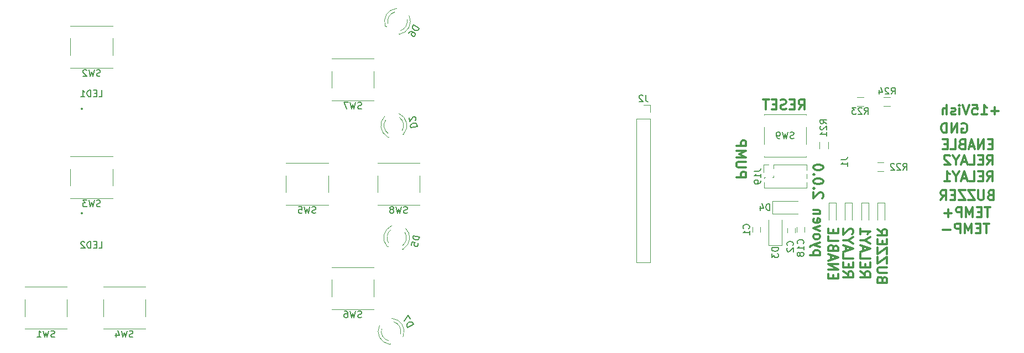
<source format=gbo>
%TF.GenerationSoftware,KiCad,Pcbnew,(5.0.0-3-g5ebb6b6)*%
%TF.CreationDate,2018-07-24T23:49:47-07:00*%
%TF.ProjectId,pyoven,70796F76656E2E6B696361645F706362,rev?*%
%TF.SameCoordinates,Original*%
%TF.FileFunction,Legend,Bot*%
%TF.FilePolarity,Positive*%
%FSLAX46Y46*%
G04 Gerber Fmt 4.6, Leading zero omitted, Abs format (unit mm)*
G04 Created by KiCad (PCBNEW (5.0.0-3-g5ebb6b6)) date Tuesday, July 24, 2018 at 11:49:47 PM*
%MOMM*%
%LPD*%
G01*
G04 APERTURE LIST*
%ADD10C,0.300000*%
%ADD11C,0.120000*%
%ADD12C,0.150000*%
G04 APERTURE END LIST*
D10*
X229521428Y-84892857D02*
X228021428Y-84892857D01*
X229450000Y-84892857D02*
X229521428Y-84750000D01*
X229521428Y-84464285D01*
X229450000Y-84321428D01*
X229378571Y-84250000D01*
X229235714Y-84178571D01*
X228807142Y-84178571D01*
X228664285Y-84250000D01*
X228592857Y-84321428D01*
X228521428Y-84464285D01*
X228521428Y-84750000D01*
X228592857Y-84892857D01*
X229521428Y-83678571D02*
X228521428Y-83321428D01*
X229521428Y-82964285D02*
X228521428Y-83321428D01*
X228164285Y-83464285D01*
X228092857Y-83535714D01*
X228021428Y-83678571D01*
X228521428Y-82178571D02*
X228592857Y-82321428D01*
X228664285Y-82392857D01*
X228807142Y-82464285D01*
X229235714Y-82464285D01*
X229378571Y-82392857D01*
X229450000Y-82321428D01*
X229521428Y-82178571D01*
X229521428Y-81964285D01*
X229450000Y-81821428D01*
X229378571Y-81750000D01*
X229235714Y-81678571D01*
X228807142Y-81678571D01*
X228664285Y-81750000D01*
X228592857Y-81821428D01*
X228521428Y-81964285D01*
X228521428Y-82178571D01*
X229521428Y-81178571D02*
X228521428Y-80821428D01*
X229521428Y-80464285D01*
X228592857Y-79321428D02*
X228521428Y-79464285D01*
X228521428Y-79750000D01*
X228592857Y-79892857D01*
X228735714Y-79964285D01*
X229307142Y-79964285D01*
X229450000Y-79892857D01*
X229521428Y-79750000D01*
X229521428Y-79464285D01*
X229450000Y-79321428D01*
X229307142Y-79250000D01*
X229164285Y-79250000D01*
X229021428Y-79964285D01*
X229521428Y-78607142D02*
X228521428Y-78607142D01*
X229378571Y-78607142D02*
X229450000Y-78535714D01*
X229521428Y-78392857D01*
X229521428Y-78178571D01*
X229450000Y-78035714D01*
X229307142Y-77964285D01*
X228521428Y-77964285D01*
X229878571Y-76178571D02*
X229950000Y-76107142D01*
X230021428Y-75964285D01*
X230021428Y-75607142D01*
X229950000Y-75464285D01*
X229878571Y-75392857D01*
X229735714Y-75321428D01*
X229592857Y-75321428D01*
X229378571Y-75392857D01*
X228521428Y-76250000D01*
X228521428Y-75321428D01*
X228664285Y-74678571D02*
X228592857Y-74607142D01*
X228521428Y-74678571D01*
X228592857Y-74750000D01*
X228664285Y-74678571D01*
X228521428Y-74678571D01*
X230021428Y-73678571D02*
X230021428Y-73535714D01*
X229950000Y-73392857D01*
X229878571Y-73321428D01*
X229735714Y-73250000D01*
X229450000Y-73178571D01*
X229092857Y-73178571D01*
X228807142Y-73250000D01*
X228664285Y-73321428D01*
X228592857Y-73392857D01*
X228521428Y-73535714D01*
X228521428Y-73678571D01*
X228592857Y-73821428D01*
X228664285Y-73892857D01*
X228807142Y-73964285D01*
X229092857Y-74035714D01*
X229450000Y-74035714D01*
X229735714Y-73964285D01*
X229878571Y-73892857D01*
X229950000Y-73821428D01*
X230021428Y-73678571D01*
X228664285Y-72535714D02*
X228592857Y-72464285D01*
X228521428Y-72535714D01*
X228592857Y-72607142D01*
X228664285Y-72535714D01*
X228521428Y-72535714D01*
X230021428Y-71535714D02*
X230021428Y-71392857D01*
X229950000Y-71250000D01*
X229878571Y-71178571D01*
X229735714Y-71107142D01*
X229450000Y-71035714D01*
X229092857Y-71035714D01*
X228807142Y-71107142D01*
X228664285Y-71178571D01*
X228592857Y-71250000D01*
X228521428Y-71392857D01*
X228521428Y-71535714D01*
X228592857Y-71678571D01*
X228664285Y-71750000D01*
X228807142Y-71821428D01*
X229092857Y-71892857D01*
X229450000Y-71892857D01*
X229735714Y-71821428D01*
X229878571Y-71750000D01*
X229950000Y-71678571D01*
X230021428Y-71535714D01*
X256885714Y-62807142D02*
X255742857Y-62807142D01*
X256314285Y-63378571D02*
X256314285Y-62235714D01*
X254242857Y-63378571D02*
X255100000Y-63378571D01*
X254671428Y-63378571D02*
X254671428Y-61878571D01*
X254814285Y-62092857D01*
X254957142Y-62235714D01*
X255100000Y-62307142D01*
X252885714Y-61878571D02*
X253600000Y-61878571D01*
X253671428Y-62592857D01*
X253600000Y-62521428D01*
X253457142Y-62450000D01*
X253100000Y-62450000D01*
X252957142Y-62521428D01*
X252885714Y-62592857D01*
X252814285Y-62735714D01*
X252814285Y-63092857D01*
X252885714Y-63235714D01*
X252957142Y-63307142D01*
X253100000Y-63378571D01*
X253457142Y-63378571D01*
X253600000Y-63307142D01*
X253671428Y-63235714D01*
X252385714Y-61878571D02*
X251885714Y-63378571D01*
X251385714Y-61878571D01*
X250885714Y-63378571D02*
X250885714Y-62378571D01*
X250885714Y-61878571D02*
X250957142Y-61950000D01*
X250885714Y-62021428D01*
X250814285Y-61950000D01*
X250885714Y-61878571D01*
X250885714Y-62021428D01*
X250242857Y-63307142D02*
X250100000Y-63378571D01*
X249814285Y-63378571D01*
X249671428Y-63307142D01*
X249600000Y-63164285D01*
X249600000Y-63092857D01*
X249671428Y-62950000D01*
X249814285Y-62878571D01*
X250028571Y-62878571D01*
X250171428Y-62807142D01*
X250242857Y-62664285D01*
X250242857Y-62592857D01*
X250171428Y-62450000D01*
X250028571Y-62378571D01*
X249814285Y-62378571D01*
X249671428Y-62450000D01*
X248957142Y-63378571D02*
X248957142Y-61878571D01*
X248314285Y-63378571D02*
X248314285Y-62592857D01*
X248385714Y-62450000D01*
X248528571Y-62378571D01*
X248742857Y-62378571D01*
X248885714Y-62450000D01*
X248957142Y-62521428D01*
X251242857Y-64750000D02*
X251385714Y-64678571D01*
X251600000Y-64678571D01*
X251814285Y-64750000D01*
X251957142Y-64892857D01*
X252028571Y-65035714D01*
X252100000Y-65321428D01*
X252100000Y-65535714D01*
X252028571Y-65821428D01*
X251957142Y-65964285D01*
X251814285Y-66107142D01*
X251600000Y-66178571D01*
X251457142Y-66178571D01*
X251242857Y-66107142D01*
X251171428Y-66035714D01*
X251171428Y-65535714D01*
X251457142Y-65535714D01*
X250528571Y-66178571D02*
X250528571Y-64678571D01*
X249671428Y-66178571D01*
X249671428Y-64678571D01*
X248957142Y-66178571D02*
X248957142Y-64678571D01*
X248600000Y-64678571D01*
X248385714Y-64750000D01*
X248242857Y-64892857D01*
X248171428Y-65035714D01*
X248100000Y-65321428D01*
X248100000Y-65535714D01*
X248171428Y-65821428D01*
X248242857Y-65964285D01*
X248385714Y-66107142D01*
X248600000Y-66178571D01*
X248957142Y-66178571D01*
X255985714Y-67892857D02*
X255485714Y-67892857D01*
X255271428Y-68678571D02*
X255985714Y-68678571D01*
X255985714Y-67178571D01*
X255271428Y-67178571D01*
X254628571Y-68678571D02*
X254628571Y-67178571D01*
X253771428Y-68678571D01*
X253771428Y-67178571D01*
X253128571Y-68250000D02*
X252414285Y-68250000D01*
X253271428Y-68678571D02*
X252771428Y-67178571D01*
X252271428Y-68678571D01*
X251271428Y-67892857D02*
X251057142Y-67964285D01*
X250985714Y-68035714D01*
X250914285Y-68178571D01*
X250914285Y-68392857D01*
X250985714Y-68535714D01*
X251057142Y-68607142D01*
X251200000Y-68678571D01*
X251771428Y-68678571D01*
X251771428Y-67178571D01*
X251271428Y-67178571D01*
X251128571Y-67250000D01*
X251057142Y-67321428D01*
X250985714Y-67464285D01*
X250985714Y-67607142D01*
X251057142Y-67750000D01*
X251128571Y-67821428D01*
X251271428Y-67892857D01*
X251771428Y-67892857D01*
X249557142Y-68678571D02*
X250271428Y-68678571D01*
X250271428Y-67178571D01*
X249057142Y-67892857D02*
X248557142Y-67892857D01*
X248342857Y-68678571D02*
X249057142Y-68678571D01*
X249057142Y-67178571D01*
X248342857Y-67178571D01*
X255121428Y-71078571D02*
X255621428Y-70364285D01*
X255978571Y-71078571D02*
X255978571Y-69578571D01*
X255407142Y-69578571D01*
X255264285Y-69650000D01*
X255192857Y-69721428D01*
X255121428Y-69864285D01*
X255121428Y-70078571D01*
X255192857Y-70221428D01*
X255264285Y-70292857D01*
X255407142Y-70364285D01*
X255978571Y-70364285D01*
X254478571Y-70292857D02*
X253978571Y-70292857D01*
X253764285Y-71078571D02*
X254478571Y-71078571D01*
X254478571Y-69578571D01*
X253764285Y-69578571D01*
X252407142Y-71078571D02*
X253121428Y-71078571D01*
X253121428Y-69578571D01*
X251978571Y-70650000D02*
X251264285Y-70650000D01*
X252121428Y-71078571D02*
X251621428Y-69578571D01*
X251121428Y-71078571D01*
X250335714Y-70364285D02*
X250335714Y-71078571D01*
X250835714Y-69578571D02*
X250335714Y-70364285D01*
X249835714Y-69578571D01*
X249407142Y-69721428D02*
X249335714Y-69650000D01*
X249192857Y-69578571D01*
X248835714Y-69578571D01*
X248692857Y-69650000D01*
X248621428Y-69721428D01*
X248550000Y-69864285D01*
X248550000Y-70007142D01*
X248621428Y-70221428D01*
X249478571Y-71078571D01*
X248550000Y-71078571D01*
X255121428Y-73578571D02*
X255621428Y-72864285D01*
X255978571Y-73578571D02*
X255978571Y-72078571D01*
X255407142Y-72078571D01*
X255264285Y-72150000D01*
X255192857Y-72221428D01*
X255121428Y-72364285D01*
X255121428Y-72578571D01*
X255192857Y-72721428D01*
X255264285Y-72792857D01*
X255407142Y-72864285D01*
X255978571Y-72864285D01*
X254478571Y-72792857D02*
X253978571Y-72792857D01*
X253764285Y-73578571D02*
X254478571Y-73578571D01*
X254478571Y-72078571D01*
X253764285Y-72078571D01*
X252407142Y-73578571D02*
X253121428Y-73578571D01*
X253121428Y-72078571D01*
X251978571Y-73150000D02*
X251264285Y-73150000D01*
X252121428Y-73578571D02*
X251621428Y-72078571D01*
X251121428Y-73578571D01*
X250335714Y-72864285D02*
X250335714Y-73578571D01*
X250835714Y-72078571D02*
X250335714Y-72864285D01*
X249835714Y-72078571D01*
X248550000Y-73578571D02*
X249407142Y-73578571D01*
X248978571Y-73578571D02*
X248978571Y-72078571D01*
X249121428Y-72292857D01*
X249264285Y-72435714D01*
X249407142Y-72507142D01*
X255635714Y-75692857D02*
X255421428Y-75764285D01*
X255350000Y-75835714D01*
X255278571Y-75978571D01*
X255278571Y-76192857D01*
X255350000Y-76335714D01*
X255421428Y-76407142D01*
X255564285Y-76478571D01*
X256135714Y-76478571D01*
X256135714Y-74978571D01*
X255635714Y-74978571D01*
X255492857Y-75050000D01*
X255421428Y-75121428D01*
X255350000Y-75264285D01*
X255350000Y-75407142D01*
X255421428Y-75550000D01*
X255492857Y-75621428D01*
X255635714Y-75692857D01*
X256135714Y-75692857D01*
X254635714Y-74978571D02*
X254635714Y-76192857D01*
X254564285Y-76335714D01*
X254492857Y-76407142D01*
X254350000Y-76478571D01*
X254064285Y-76478571D01*
X253921428Y-76407142D01*
X253850000Y-76335714D01*
X253778571Y-76192857D01*
X253778571Y-74978571D01*
X253207142Y-74978571D02*
X252207142Y-74978571D01*
X253207142Y-76478571D01*
X252207142Y-76478571D01*
X251778571Y-74978571D02*
X250778571Y-74978571D01*
X251778571Y-76478571D01*
X250778571Y-76478571D01*
X250207142Y-75692857D02*
X249707142Y-75692857D01*
X249492857Y-76478571D02*
X250207142Y-76478571D01*
X250207142Y-74978571D01*
X249492857Y-74978571D01*
X247992857Y-76478571D02*
X248492857Y-75764285D01*
X248850000Y-76478571D02*
X248850000Y-74978571D01*
X248278571Y-74978571D01*
X248135714Y-75050000D01*
X248064285Y-75121428D01*
X247992857Y-75264285D01*
X247992857Y-75478571D01*
X248064285Y-75621428D01*
X248135714Y-75692857D01*
X248278571Y-75764285D01*
X248850000Y-75764285D01*
X255642857Y-77578571D02*
X254785714Y-77578571D01*
X255214285Y-79078571D02*
X255214285Y-77578571D01*
X254285714Y-78292857D02*
X253785714Y-78292857D01*
X253571428Y-79078571D02*
X254285714Y-79078571D01*
X254285714Y-77578571D01*
X253571428Y-77578571D01*
X252928571Y-79078571D02*
X252928571Y-77578571D01*
X252428571Y-78650000D01*
X251928571Y-77578571D01*
X251928571Y-79078571D01*
X251214285Y-79078571D02*
X251214285Y-77578571D01*
X250642857Y-77578571D01*
X250500000Y-77650000D01*
X250428571Y-77721428D01*
X250357142Y-77864285D01*
X250357142Y-78078571D01*
X250428571Y-78221428D01*
X250500000Y-78292857D01*
X250642857Y-78364285D01*
X251214285Y-78364285D01*
X249714285Y-78507142D02*
X248571428Y-78507142D01*
X249142857Y-79078571D02*
X249142857Y-77935714D01*
X255442857Y-80078571D02*
X254585714Y-80078571D01*
X255014285Y-81578571D02*
X255014285Y-80078571D01*
X254085714Y-80792857D02*
X253585714Y-80792857D01*
X253371428Y-81578571D02*
X254085714Y-81578571D01*
X254085714Y-80078571D01*
X253371428Y-80078571D01*
X252728571Y-81578571D02*
X252728571Y-80078571D01*
X252228571Y-81150000D01*
X251728571Y-80078571D01*
X251728571Y-81578571D01*
X251014285Y-81578571D02*
X251014285Y-80078571D01*
X250442857Y-80078571D01*
X250300000Y-80150000D01*
X250228571Y-80221428D01*
X250157142Y-80364285D01*
X250157142Y-80578571D01*
X250228571Y-80721428D01*
X250300000Y-80792857D01*
X250442857Y-80864285D01*
X251014285Y-80864285D01*
X249514285Y-81007142D02*
X248371428Y-81007142D01*
X226278571Y-62578571D02*
X226778571Y-61864285D01*
X227135714Y-62578571D02*
X227135714Y-61078571D01*
X226564285Y-61078571D01*
X226421428Y-61150000D01*
X226350000Y-61221428D01*
X226278571Y-61364285D01*
X226278571Y-61578571D01*
X226350000Y-61721428D01*
X226421428Y-61792857D01*
X226564285Y-61864285D01*
X227135714Y-61864285D01*
X225635714Y-61792857D02*
X225135714Y-61792857D01*
X224921428Y-62578571D02*
X225635714Y-62578571D01*
X225635714Y-61078571D01*
X224921428Y-61078571D01*
X224350000Y-62507142D02*
X224135714Y-62578571D01*
X223778571Y-62578571D01*
X223635714Y-62507142D01*
X223564285Y-62435714D01*
X223492857Y-62292857D01*
X223492857Y-62150000D01*
X223564285Y-62007142D01*
X223635714Y-61935714D01*
X223778571Y-61864285D01*
X224064285Y-61792857D01*
X224207142Y-61721428D01*
X224278571Y-61650000D01*
X224350000Y-61507142D01*
X224350000Y-61364285D01*
X224278571Y-61221428D01*
X224207142Y-61150000D01*
X224064285Y-61078571D01*
X223707142Y-61078571D01*
X223492857Y-61150000D01*
X222850000Y-61792857D02*
X222350000Y-61792857D01*
X222135714Y-62578571D02*
X222850000Y-62578571D01*
X222850000Y-61078571D01*
X222135714Y-61078571D01*
X221707142Y-61078571D02*
X220850000Y-61078571D01*
X221278571Y-62578571D02*
X221278571Y-61078571D01*
X216721428Y-72985714D02*
X218221428Y-72985714D01*
X218221428Y-72414285D01*
X218150000Y-72271428D01*
X218078571Y-72200000D01*
X217935714Y-72128571D01*
X217721428Y-72128571D01*
X217578571Y-72200000D01*
X217507142Y-72271428D01*
X217435714Y-72414285D01*
X217435714Y-72985714D01*
X218221428Y-71485714D02*
X217007142Y-71485714D01*
X216864285Y-71414285D01*
X216792857Y-71342857D01*
X216721428Y-71200000D01*
X216721428Y-70914285D01*
X216792857Y-70771428D01*
X216864285Y-70700000D01*
X217007142Y-70628571D01*
X218221428Y-70628571D01*
X216721428Y-69914285D02*
X218221428Y-69914285D01*
X217150000Y-69414285D01*
X218221428Y-68914285D01*
X216721428Y-68914285D01*
X216721428Y-68200000D02*
X218221428Y-68200000D01*
X218221428Y-67628571D01*
X218150000Y-67485714D01*
X218078571Y-67414285D01*
X217935714Y-67342857D01*
X217721428Y-67342857D01*
X217578571Y-67414285D01*
X217507142Y-67485714D01*
X217435714Y-67628571D01*
X217435714Y-68200000D01*
X239107142Y-88635714D02*
X239035714Y-88421428D01*
X238964285Y-88350000D01*
X238821428Y-88278571D01*
X238607142Y-88278571D01*
X238464285Y-88350000D01*
X238392857Y-88421428D01*
X238321428Y-88564285D01*
X238321428Y-89135714D01*
X239821428Y-89135714D01*
X239821428Y-88635714D01*
X239750000Y-88492857D01*
X239678571Y-88421428D01*
X239535714Y-88350000D01*
X239392857Y-88350000D01*
X239250000Y-88421428D01*
X239178571Y-88492857D01*
X239107142Y-88635714D01*
X239107142Y-89135714D01*
X239821428Y-87635714D02*
X238607142Y-87635714D01*
X238464285Y-87564285D01*
X238392857Y-87492857D01*
X238321428Y-87350000D01*
X238321428Y-87064285D01*
X238392857Y-86921428D01*
X238464285Y-86850000D01*
X238607142Y-86778571D01*
X239821428Y-86778571D01*
X239821428Y-86207142D02*
X239821428Y-85207142D01*
X238321428Y-86207142D01*
X238321428Y-85207142D01*
X239821428Y-84778571D02*
X239821428Y-83778571D01*
X238321428Y-84778571D01*
X238321428Y-83778571D01*
X239107142Y-83207142D02*
X239107142Y-82707142D01*
X238321428Y-82492857D02*
X238321428Y-83207142D01*
X239821428Y-83207142D01*
X239821428Y-82492857D01*
X238321428Y-80992857D02*
X239035714Y-81492857D01*
X238321428Y-81850000D02*
X239821428Y-81850000D01*
X239821428Y-81278571D01*
X239750000Y-81135714D01*
X239678571Y-81064285D01*
X239535714Y-80992857D01*
X239321428Y-80992857D01*
X239178571Y-81064285D01*
X239107142Y-81135714D01*
X239035714Y-81278571D01*
X239035714Y-81850000D01*
X235721428Y-87421428D02*
X236435714Y-87921428D01*
X235721428Y-88278571D02*
X237221428Y-88278571D01*
X237221428Y-87707142D01*
X237150000Y-87564285D01*
X237078571Y-87492857D01*
X236935714Y-87421428D01*
X236721428Y-87421428D01*
X236578571Y-87492857D01*
X236507142Y-87564285D01*
X236435714Y-87707142D01*
X236435714Y-88278571D01*
X236507142Y-86778571D02*
X236507142Y-86278571D01*
X235721428Y-86064285D02*
X235721428Y-86778571D01*
X237221428Y-86778571D01*
X237221428Y-86064285D01*
X235721428Y-84707142D02*
X235721428Y-85421428D01*
X237221428Y-85421428D01*
X236150000Y-84278571D02*
X236150000Y-83564285D01*
X235721428Y-84421428D02*
X237221428Y-83921428D01*
X235721428Y-83421428D01*
X236435714Y-82635714D02*
X235721428Y-82635714D01*
X237221428Y-83135714D02*
X236435714Y-82635714D01*
X237221428Y-82135714D01*
X235721428Y-80850000D02*
X235721428Y-81707142D01*
X235721428Y-81278571D02*
X237221428Y-81278571D01*
X237007142Y-81421428D01*
X236864285Y-81564285D01*
X236792857Y-81707142D01*
X233121428Y-87421428D02*
X233835714Y-87921428D01*
X233121428Y-88278571D02*
X234621428Y-88278571D01*
X234621428Y-87707142D01*
X234550000Y-87564285D01*
X234478571Y-87492857D01*
X234335714Y-87421428D01*
X234121428Y-87421428D01*
X233978571Y-87492857D01*
X233907142Y-87564285D01*
X233835714Y-87707142D01*
X233835714Y-88278571D01*
X233907142Y-86778571D02*
X233907142Y-86278571D01*
X233121428Y-86064285D02*
X233121428Y-86778571D01*
X234621428Y-86778571D01*
X234621428Y-86064285D01*
X233121428Y-84707142D02*
X233121428Y-85421428D01*
X234621428Y-85421428D01*
X233550000Y-84278571D02*
X233550000Y-83564285D01*
X233121428Y-84421428D02*
X234621428Y-83921428D01*
X233121428Y-83421428D01*
X233835714Y-82635714D02*
X233121428Y-82635714D01*
X234621428Y-83135714D02*
X233835714Y-82635714D01*
X234621428Y-82135714D01*
X234478571Y-81707142D02*
X234550000Y-81635714D01*
X234621428Y-81492857D01*
X234621428Y-81135714D01*
X234550000Y-80992857D01*
X234478571Y-80921428D01*
X234335714Y-80850000D01*
X234192857Y-80850000D01*
X233978571Y-80921428D01*
X233121428Y-81778571D01*
X233121428Y-80850000D01*
X231607142Y-88485714D02*
X231607142Y-87985714D01*
X230821428Y-87771428D02*
X230821428Y-88485714D01*
X232321428Y-88485714D01*
X232321428Y-87771428D01*
X230821428Y-87128571D02*
X232321428Y-87128571D01*
X230821428Y-86271428D01*
X232321428Y-86271428D01*
X231250000Y-85628571D02*
X231250000Y-84914285D01*
X230821428Y-85771428D02*
X232321428Y-85271428D01*
X230821428Y-84771428D01*
X231607142Y-83771428D02*
X231535714Y-83557142D01*
X231464285Y-83485714D01*
X231321428Y-83414285D01*
X231107142Y-83414285D01*
X230964285Y-83485714D01*
X230892857Y-83557142D01*
X230821428Y-83700000D01*
X230821428Y-84271428D01*
X232321428Y-84271428D01*
X232321428Y-83771428D01*
X232250000Y-83628571D01*
X232178571Y-83557142D01*
X232035714Y-83485714D01*
X231892857Y-83485714D01*
X231750000Y-83557142D01*
X231678571Y-83628571D01*
X231607142Y-83771428D01*
X231607142Y-84271428D01*
X230821428Y-82057142D02*
X230821428Y-82771428D01*
X232321428Y-82771428D01*
X231607142Y-81557142D02*
X231607142Y-81057142D01*
X230821428Y-80842857D02*
X230821428Y-81557142D01*
X232321428Y-81557142D01*
X232321428Y-80842857D01*
D11*
%TO.C,C18*%
X227200000Y-81350000D02*
X227200000Y-80650000D01*
X226000000Y-80650000D02*
X226000000Y-81350000D01*
D12*
%TO.C,LED2*%
X116641421Y-78500000D02*
G75*
G03X116641421Y-78500000I-141421J0D01*
G01*
%TO.C,LED1*%
X116641421Y-62500000D02*
G75*
G03X116641421Y-62500000I-141421J0D01*
G01*
D11*
%TO.C,R21*%
X229420000Y-67600000D02*
X229420000Y-68600000D01*
X230780000Y-68600000D02*
X230780000Y-67600000D01*
%TO.C,R22*%
X238300000Y-72080000D02*
X239300000Y-72080000D01*
X239300000Y-70720000D02*
X238300000Y-70720000D01*
%TO.C,D3*%
X223700000Y-83450000D02*
X223700000Y-79550000D01*
X221700000Y-83450000D02*
X221700000Y-79550000D01*
X223700000Y-83450000D02*
X221700000Y-83450000D01*
%TO.C,D4*%
X222250000Y-78600000D02*
X222250000Y-76600000D01*
X222250000Y-76600000D02*
X226150000Y-76600000D01*
X222250000Y-78600000D02*
X226150000Y-78600000D01*
%TO.C,D9*%
X230850000Y-76900000D02*
X231950000Y-76900000D01*
X231950000Y-76900000D02*
X231950000Y-79500000D01*
X230850000Y-76900000D02*
X230850000Y-79500000D01*
%TO.C,D10*%
X233350000Y-76900000D02*
X233350000Y-79500000D01*
X234450000Y-76900000D02*
X234450000Y-79500000D01*
X233350000Y-76900000D02*
X234450000Y-76900000D01*
%TO.C,D11*%
X235850000Y-76900000D02*
X236950000Y-76900000D01*
X236950000Y-76900000D02*
X236950000Y-79500000D01*
X235850000Y-76900000D02*
X235850000Y-79500000D01*
%TO.C,D12*%
X238350000Y-76900000D02*
X238350000Y-79500000D01*
X239450000Y-76900000D02*
X239450000Y-79500000D01*
X238350000Y-76900000D02*
X239450000Y-76900000D01*
%TO.C,R23*%
X236200000Y-60720000D02*
X235200000Y-60720000D01*
X235200000Y-62080000D02*
X236200000Y-62080000D01*
%TO.C,R24*%
X239300000Y-62080000D02*
X240300000Y-62080000D01*
X240300000Y-60720000D02*
X239300000Y-60720000D01*
%TO.C,SW9*%
X227430000Y-69830000D02*
X220970000Y-69830000D01*
X227430000Y-65300000D02*
X227430000Y-67900000D01*
X227430000Y-63370000D02*
X220970000Y-63370000D01*
X220970000Y-65300000D02*
X220970000Y-67900000D01*
X227430000Y-63400000D02*
X227430000Y-63370000D01*
X227430000Y-69830000D02*
X227430000Y-69800000D01*
X220970000Y-69830000D02*
X220970000Y-69800000D01*
X220970000Y-63370000D02*
X220970000Y-63400000D01*
%TO.C,D2*%
X165051291Y-63215067D02*
G75*
G02X165767104Y-66371049I-771824J-1834227D01*
G01*
X162926847Y-63589664D02*
G75*
G03X163333612Y-66800139I1352620J-1459630D01*
G01*
X165162109Y-63836470D02*
G75*
G02X165523820Y-65886901I-882642J-1212824D01*
G01*
X163035244Y-64211492D02*
G75*
G03X163396635Y-66261981I1244223J-837802D01*
G01*
X165767580Y-66370965D02*
X165613950Y-66398054D01*
X163486766Y-66773134D02*
X163333136Y-66800223D01*
%TO.C,D5*%
X163386050Y-83598054D02*
X163232420Y-83570965D01*
X165666864Y-84000223D02*
X165513234Y-83973134D01*
X163837891Y-81036470D02*
G75*
G03X163476180Y-83086901I882642J-1212824D01*
G01*
X165964756Y-81411492D02*
G75*
G02X165603365Y-83461981I-1244223J-837802D01*
G01*
X163948709Y-80415067D02*
G75*
G03X163232896Y-83571049I771824J-1834227D01*
G01*
X166073153Y-80789664D02*
G75*
G02X165666388Y-84000139I-1352620J-1459630D01*
G01*
%TO.C,D6*%
X166605269Y-48191168D02*
G75*
G02X165124988Y-51068905I-1770269J-908980D01*
G01*
X164737066Y-47112560D02*
G75*
G03X162985012Y-49833389I97934J-1987588D01*
G01*
X166290730Y-48738422D02*
G75*
G02X165249827Y-50541646I-1455730J-361726D01*
G01*
X164420399Y-47658584D02*
G75*
G03X163379212Y-49461646I414601J-1441564D01*
G01*
X165125407Y-51069147D02*
X164990307Y-50991147D01*
X163119693Y-49911147D02*
X162984593Y-49833147D01*
%TO.C,D7*%
X163709692Y-98491147D02*
X163574592Y-98569147D01*
X165715407Y-97333148D02*
X165580307Y-97411148D01*
X162409270Y-96238422D02*
G75*
G03X163450173Y-98041646I1455730J-361726D01*
G01*
X164279601Y-95158584D02*
G75*
G02X165320788Y-96961646I-414601J-1441564D01*
G01*
X162094731Y-95691168D02*
G75*
G03X163575012Y-98568905I1770269J-908980D01*
G01*
X163962934Y-94612560D02*
G75*
G02X165714988Y-97333389I-97934J-1987588D01*
G01*
%TO.C,J19*%
X220940000Y-71070000D02*
X220940000Y-72200000D01*
X221700000Y-71070000D02*
X220940000Y-71070000D01*
X221005000Y-73777530D02*
X221005000Y-74600000D01*
X221005000Y-72960000D02*
X221005000Y-73162470D01*
X221136529Y-72960000D02*
X221005000Y-72960000D01*
X222406529Y-72960000D02*
X222263471Y-72960000D01*
X222460000Y-72763471D02*
X222460000Y-72906529D01*
X222460000Y-71070000D02*
X222460000Y-71636529D01*
X221005000Y-74600000D02*
X227475000Y-74600000D01*
X222460000Y-71070000D02*
X227475000Y-71070000D01*
X227475000Y-72507530D02*
X227475000Y-73162470D01*
X227475000Y-73777530D02*
X227475000Y-74600000D01*
X227475000Y-71070000D02*
X227475000Y-71892470D01*
%TO.C,SW8*%
X168230000Y-77230000D02*
X168230000Y-77200000D01*
X168230000Y-70770000D02*
X168230000Y-70800000D01*
X161770000Y-70770000D02*
X161770000Y-70800000D01*
X161770000Y-77200000D02*
X161770000Y-77230000D01*
X168230000Y-75300000D02*
X168230000Y-72700000D01*
X161770000Y-77230000D02*
X168230000Y-77230000D01*
X161770000Y-75300000D02*
X161770000Y-72700000D01*
X161770000Y-70770000D02*
X168230000Y-70770000D01*
%TO.C,SW7*%
X154770000Y-54770000D02*
X161230000Y-54770000D01*
X154770000Y-59300000D02*
X154770000Y-56700000D01*
X154770000Y-61230000D02*
X161230000Y-61230000D01*
X161230000Y-59300000D02*
X161230000Y-56700000D01*
X154770000Y-61200000D02*
X154770000Y-61230000D01*
X154770000Y-54770000D02*
X154770000Y-54800000D01*
X161230000Y-54770000D02*
X161230000Y-54800000D01*
X161230000Y-61230000D02*
X161230000Y-61200000D01*
%TO.C,SW6*%
X161230000Y-93230000D02*
X161230000Y-93200000D01*
X161230000Y-86770000D02*
X161230000Y-86800000D01*
X154770000Y-86770000D02*
X154770000Y-86800000D01*
X154770000Y-93200000D02*
X154770000Y-93230000D01*
X161230000Y-91300000D02*
X161230000Y-88700000D01*
X154770000Y-93230000D02*
X161230000Y-93230000D01*
X154770000Y-91300000D02*
X154770000Y-88700000D01*
X154770000Y-86770000D02*
X161230000Y-86770000D01*
%TO.C,SW5*%
X147770000Y-70770000D02*
X154230000Y-70770000D01*
X147770000Y-75300000D02*
X147770000Y-72700000D01*
X147770000Y-77230000D02*
X154230000Y-77230000D01*
X154230000Y-75300000D02*
X154230000Y-72700000D01*
X147770000Y-77200000D02*
X147770000Y-77230000D01*
X147770000Y-70770000D02*
X147770000Y-70800000D01*
X154230000Y-70770000D02*
X154230000Y-70800000D01*
X154230000Y-77230000D02*
X154230000Y-77200000D01*
%TO.C,SW4*%
X126230000Y-96230000D02*
X126230000Y-96200000D01*
X126230000Y-89770000D02*
X126230000Y-89800000D01*
X119770000Y-89770000D02*
X119770000Y-89800000D01*
X119770000Y-96200000D02*
X119770000Y-96230000D01*
X126230000Y-94300000D02*
X126230000Y-91700000D01*
X119770000Y-96230000D02*
X126230000Y-96230000D01*
X119770000Y-94300000D02*
X119770000Y-91700000D01*
X119770000Y-89770000D02*
X126230000Y-89770000D01*
%TO.C,SW3*%
X114770000Y-69770000D02*
X121230000Y-69770000D01*
X114770000Y-74300000D02*
X114770000Y-71700000D01*
X114770000Y-76230000D02*
X121230000Y-76230000D01*
X121230000Y-74300000D02*
X121230000Y-71700000D01*
X114770000Y-76200000D02*
X114770000Y-76230000D01*
X114770000Y-69770000D02*
X114770000Y-69800000D01*
X121230000Y-69770000D02*
X121230000Y-69800000D01*
X121230000Y-76230000D02*
X121230000Y-76200000D01*
%TO.C,SW2*%
X121230000Y-56230000D02*
X121230000Y-56200000D01*
X121230000Y-49770000D02*
X121230000Y-49800000D01*
X114770000Y-49770000D02*
X114770000Y-49800000D01*
X114770000Y-56200000D02*
X114770000Y-56230000D01*
X121230000Y-54300000D02*
X121230000Y-51700000D01*
X114770000Y-56230000D02*
X121230000Y-56230000D01*
X114770000Y-54300000D02*
X114770000Y-51700000D01*
X114770000Y-49770000D02*
X121230000Y-49770000D01*
%TO.C,SW1*%
X107770000Y-89770000D02*
X114230000Y-89770000D01*
X107770000Y-94300000D02*
X107770000Y-91700000D01*
X107770000Y-96230000D02*
X114230000Y-96230000D01*
X114230000Y-94300000D02*
X114230000Y-91700000D01*
X107770000Y-96200000D02*
X107770000Y-96230000D01*
X107770000Y-89770000D02*
X107770000Y-89800000D01*
X114230000Y-89770000D02*
X114230000Y-89800000D01*
X114230000Y-96230000D02*
X114230000Y-96200000D01*
%TO.C,J2*%
X203560000Y-61940000D02*
X202500000Y-61940000D01*
X203560000Y-63000000D02*
X203560000Y-61940000D01*
X203560000Y-64000000D02*
X201440000Y-64000000D01*
X201440000Y-64000000D02*
X201440000Y-86060000D01*
X203560000Y-64000000D02*
X203560000Y-86060000D01*
X203560000Y-86060000D02*
X201440000Y-86060000D01*
%TO.C,C2*%
X224500000Y-80750000D02*
X224500000Y-81450000D01*
X225700000Y-81450000D02*
X225700000Y-80750000D01*
%TO.C,C1*%
X219200000Y-80650000D02*
X219200000Y-81350000D01*
X220400000Y-81350000D02*
X220400000Y-80650000D01*
%TO.C,J1*%
D12*
X232752380Y-70266666D02*
X233466666Y-70266666D01*
X233609523Y-70219047D01*
X233704761Y-70123809D01*
X233752380Y-69980952D01*
X233752380Y-69885714D01*
X233752380Y-71266666D02*
X233752380Y-70695238D01*
X233752380Y-70980952D02*
X232752380Y-70980952D01*
X232895238Y-70885714D01*
X232990476Y-70790476D01*
X233038095Y-70695238D01*
%TO.C,C18*%
X226957142Y-83157142D02*
X227004761Y-83109523D01*
X227052380Y-82966666D01*
X227052380Y-82871428D01*
X227004761Y-82728571D01*
X226909523Y-82633333D01*
X226814285Y-82585714D01*
X226623809Y-82538095D01*
X226480952Y-82538095D01*
X226290476Y-82585714D01*
X226195238Y-82633333D01*
X226100000Y-82728571D01*
X226052380Y-82871428D01*
X226052380Y-82966666D01*
X226100000Y-83109523D01*
X226147619Y-83157142D01*
X227052380Y-84109523D02*
X227052380Y-83538095D01*
X227052380Y-83823809D02*
X226052380Y-83823809D01*
X226195238Y-83728571D01*
X226290476Y-83633333D01*
X226338095Y-83538095D01*
X226480952Y-84680952D02*
X226433333Y-84585714D01*
X226385714Y-84538095D01*
X226290476Y-84490476D01*
X226242857Y-84490476D01*
X226147619Y-84538095D01*
X226100000Y-84585714D01*
X226052380Y-84680952D01*
X226052380Y-84871428D01*
X226100000Y-84966666D01*
X226147619Y-85014285D01*
X226242857Y-85061904D01*
X226290476Y-85061904D01*
X226385714Y-85014285D01*
X226433333Y-84966666D01*
X226480952Y-84871428D01*
X226480952Y-84680952D01*
X226528571Y-84585714D01*
X226576190Y-84538095D01*
X226671428Y-84490476D01*
X226861904Y-84490476D01*
X226957142Y-84538095D01*
X227004761Y-84585714D01*
X227052380Y-84680952D01*
X227052380Y-84871428D01*
X227004761Y-84966666D01*
X226957142Y-85014285D01*
X226861904Y-85061904D01*
X226671428Y-85061904D01*
X226576190Y-85014285D01*
X226528571Y-84966666D01*
X226480952Y-84871428D01*
%TO.C,LED2*%
X119119047Y-83852380D02*
X119595238Y-83852380D01*
X119595238Y-82852380D01*
X118785714Y-83328571D02*
X118452380Y-83328571D01*
X118309523Y-83852380D02*
X118785714Y-83852380D01*
X118785714Y-82852380D01*
X118309523Y-82852380D01*
X117880952Y-83852380D02*
X117880952Y-82852380D01*
X117642857Y-82852380D01*
X117500000Y-82900000D01*
X117404761Y-82995238D01*
X117357142Y-83090476D01*
X117309523Y-83280952D01*
X117309523Y-83423809D01*
X117357142Y-83614285D01*
X117404761Y-83709523D01*
X117500000Y-83804761D01*
X117642857Y-83852380D01*
X117880952Y-83852380D01*
X116928571Y-82947619D02*
X116880952Y-82900000D01*
X116785714Y-82852380D01*
X116547619Y-82852380D01*
X116452380Y-82900000D01*
X116404761Y-82947619D01*
X116357142Y-83042857D01*
X116357142Y-83138095D01*
X116404761Y-83280952D01*
X116976190Y-83852380D01*
X116357142Y-83852380D01*
%TO.C,LED1*%
X119119047Y-60642380D02*
X119595238Y-60642380D01*
X119595238Y-59642380D01*
X118785714Y-60118571D02*
X118452380Y-60118571D01*
X118309523Y-60642380D02*
X118785714Y-60642380D01*
X118785714Y-59642380D01*
X118309523Y-59642380D01*
X117880952Y-60642380D02*
X117880952Y-59642380D01*
X117642857Y-59642380D01*
X117500000Y-59690000D01*
X117404761Y-59785238D01*
X117357142Y-59880476D01*
X117309523Y-60070952D01*
X117309523Y-60213809D01*
X117357142Y-60404285D01*
X117404761Y-60499523D01*
X117500000Y-60594761D01*
X117642857Y-60642380D01*
X117880952Y-60642380D01*
X116357142Y-60642380D02*
X116928571Y-60642380D01*
X116642857Y-60642380D02*
X116642857Y-59642380D01*
X116738095Y-59785238D01*
X116833333Y-59880476D01*
X116928571Y-59928095D01*
%TO.C,R21*%
X230552380Y-64757142D02*
X230076190Y-64423809D01*
X230552380Y-64185714D02*
X229552380Y-64185714D01*
X229552380Y-64566666D01*
X229600000Y-64661904D01*
X229647619Y-64709523D01*
X229742857Y-64757142D01*
X229885714Y-64757142D01*
X229980952Y-64709523D01*
X230028571Y-64661904D01*
X230076190Y-64566666D01*
X230076190Y-64185714D01*
X229647619Y-65138095D02*
X229600000Y-65185714D01*
X229552380Y-65280952D01*
X229552380Y-65519047D01*
X229600000Y-65614285D01*
X229647619Y-65661904D01*
X229742857Y-65709523D01*
X229838095Y-65709523D01*
X229980952Y-65661904D01*
X230552380Y-65090476D01*
X230552380Y-65709523D01*
X230552380Y-66661904D02*
X230552380Y-66090476D01*
X230552380Y-66376190D02*
X229552380Y-66376190D01*
X229695238Y-66280952D01*
X229790476Y-66185714D01*
X229838095Y-66090476D01*
%TO.C,R22*%
X242242857Y-71852380D02*
X242576190Y-71376190D01*
X242814285Y-71852380D02*
X242814285Y-70852380D01*
X242433333Y-70852380D01*
X242338095Y-70900000D01*
X242290476Y-70947619D01*
X242242857Y-71042857D01*
X242242857Y-71185714D01*
X242290476Y-71280952D01*
X242338095Y-71328571D01*
X242433333Y-71376190D01*
X242814285Y-71376190D01*
X241861904Y-70947619D02*
X241814285Y-70900000D01*
X241719047Y-70852380D01*
X241480952Y-70852380D01*
X241385714Y-70900000D01*
X241338095Y-70947619D01*
X241290476Y-71042857D01*
X241290476Y-71138095D01*
X241338095Y-71280952D01*
X241909523Y-71852380D01*
X241290476Y-71852380D01*
X240909523Y-70947619D02*
X240861904Y-70900000D01*
X240766666Y-70852380D01*
X240528571Y-70852380D01*
X240433333Y-70900000D01*
X240385714Y-70947619D01*
X240338095Y-71042857D01*
X240338095Y-71138095D01*
X240385714Y-71280952D01*
X240957142Y-71852380D01*
X240338095Y-71852380D01*
%TO.C,D3*%
X223152380Y-83761904D02*
X222152380Y-83761904D01*
X222152380Y-84000000D01*
X222200000Y-84142857D01*
X222295238Y-84238095D01*
X222390476Y-84285714D01*
X222580952Y-84333333D01*
X222723809Y-84333333D01*
X222914285Y-84285714D01*
X223009523Y-84238095D01*
X223104761Y-84142857D01*
X223152380Y-84000000D01*
X223152380Y-83761904D01*
X222152380Y-84666666D02*
X222152380Y-85285714D01*
X222533333Y-84952380D01*
X222533333Y-85095238D01*
X222580952Y-85190476D01*
X222628571Y-85238095D01*
X222723809Y-85285714D01*
X222961904Y-85285714D01*
X223057142Y-85238095D01*
X223104761Y-85190476D01*
X223152380Y-85095238D01*
X223152380Y-84809523D01*
X223104761Y-84714285D01*
X223057142Y-84666666D01*
%TO.C,D4*%
X221838095Y-78052380D02*
X221838095Y-77052380D01*
X221600000Y-77052380D01*
X221457142Y-77100000D01*
X221361904Y-77195238D01*
X221314285Y-77290476D01*
X221266666Y-77480952D01*
X221266666Y-77623809D01*
X221314285Y-77814285D01*
X221361904Y-77909523D01*
X221457142Y-78004761D01*
X221600000Y-78052380D01*
X221838095Y-78052380D01*
X220409523Y-77385714D02*
X220409523Y-78052380D01*
X220647619Y-77004761D02*
X220885714Y-77719047D01*
X220266666Y-77719047D01*
%TO.C,R23*%
X236342857Y-63302380D02*
X236676190Y-62826190D01*
X236914285Y-63302380D02*
X236914285Y-62302380D01*
X236533333Y-62302380D01*
X236438095Y-62350000D01*
X236390476Y-62397619D01*
X236342857Y-62492857D01*
X236342857Y-62635714D01*
X236390476Y-62730952D01*
X236438095Y-62778571D01*
X236533333Y-62826190D01*
X236914285Y-62826190D01*
X235961904Y-62397619D02*
X235914285Y-62350000D01*
X235819047Y-62302380D01*
X235580952Y-62302380D01*
X235485714Y-62350000D01*
X235438095Y-62397619D01*
X235390476Y-62492857D01*
X235390476Y-62588095D01*
X235438095Y-62730952D01*
X236009523Y-63302380D01*
X235390476Y-63302380D01*
X235057142Y-62302380D02*
X234438095Y-62302380D01*
X234771428Y-62683333D01*
X234628571Y-62683333D01*
X234533333Y-62730952D01*
X234485714Y-62778571D01*
X234438095Y-62873809D01*
X234438095Y-63111904D01*
X234485714Y-63207142D01*
X234533333Y-63254761D01*
X234628571Y-63302380D01*
X234914285Y-63302380D01*
X235009523Y-63254761D01*
X235057142Y-63207142D01*
%TO.C,R24*%
X240442857Y-60252380D02*
X240776190Y-59776190D01*
X241014285Y-60252380D02*
X241014285Y-59252380D01*
X240633333Y-59252380D01*
X240538095Y-59300000D01*
X240490476Y-59347619D01*
X240442857Y-59442857D01*
X240442857Y-59585714D01*
X240490476Y-59680952D01*
X240538095Y-59728571D01*
X240633333Y-59776190D01*
X241014285Y-59776190D01*
X240061904Y-59347619D02*
X240014285Y-59300000D01*
X239919047Y-59252380D01*
X239680952Y-59252380D01*
X239585714Y-59300000D01*
X239538095Y-59347619D01*
X239490476Y-59442857D01*
X239490476Y-59538095D01*
X239538095Y-59680952D01*
X240109523Y-60252380D01*
X239490476Y-60252380D01*
X238633333Y-59585714D02*
X238633333Y-60252380D01*
X238871428Y-59204761D02*
X239109523Y-59919047D01*
X238490476Y-59919047D01*
%TO.C,SW9*%
X225533333Y-67004761D02*
X225390476Y-67052380D01*
X225152380Y-67052380D01*
X225057142Y-67004761D01*
X225009523Y-66957142D01*
X224961904Y-66861904D01*
X224961904Y-66766666D01*
X225009523Y-66671428D01*
X225057142Y-66623809D01*
X225152380Y-66576190D01*
X225342857Y-66528571D01*
X225438095Y-66480952D01*
X225485714Y-66433333D01*
X225533333Y-66338095D01*
X225533333Y-66242857D01*
X225485714Y-66147619D01*
X225438095Y-66100000D01*
X225342857Y-66052380D01*
X225104761Y-66052380D01*
X224961904Y-66100000D01*
X224628571Y-66052380D02*
X224390476Y-67052380D01*
X224200000Y-66338095D01*
X224009523Y-67052380D01*
X223771428Y-66052380D01*
X223342857Y-67052380D02*
X223152380Y-67052380D01*
X223057142Y-67004761D01*
X223009523Y-66957142D01*
X222914285Y-66814285D01*
X222866666Y-66623809D01*
X222866666Y-66242857D01*
X222914285Y-66147619D01*
X222961904Y-66100000D01*
X223057142Y-66052380D01*
X223247619Y-66052380D01*
X223342857Y-66100000D01*
X223390476Y-66147619D01*
X223438095Y-66242857D01*
X223438095Y-66480952D01*
X223390476Y-66576190D01*
X223342857Y-66623809D01*
X223247619Y-66671428D01*
X223057142Y-66671428D01*
X222961904Y-66623809D01*
X222914285Y-66576190D01*
X222866666Y-66480952D01*
%TO.C,D2*%
X166877158Y-65340733D02*
X167861966Y-65167084D01*
X167820621Y-64932606D01*
X167748919Y-64800188D01*
X167638589Y-64722935D01*
X167536529Y-64692577D01*
X167340678Y-64678758D01*
X167199991Y-64703565D01*
X167020678Y-64783536D01*
X166935155Y-64846970D01*
X166857902Y-64957299D01*
X166835813Y-65106255D01*
X166877158Y-65340733D01*
X167602795Y-64245710D02*
X167641422Y-64190546D01*
X167671780Y-64088485D01*
X167630435Y-63854007D01*
X167567001Y-63768485D01*
X167511837Y-63729858D01*
X167409777Y-63699501D01*
X167315985Y-63716039D01*
X167183568Y-63787741D01*
X166720048Y-64449716D01*
X166612551Y-63840073D01*
%TO.C,D5*%
X168209241Y-82114966D02*
X167224433Y-81941318D01*
X167183088Y-82175796D01*
X167205177Y-82324751D01*
X167282430Y-82435080D01*
X167367952Y-82498514D01*
X167547266Y-82578485D01*
X167687953Y-82603292D01*
X167883804Y-82589473D01*
X167985864Y-82559115D01*
X168096193Y-82481862D01*
X168167896Y-82349444D01*
X168209241Y-82114966D01*
X166968095Y-83395081D02*
X167050785Y-82926125D01*
X167528010Y-82961919D01*
X167472845Y-83000546D01*
X167409412Y-83086068D01*
X167368067Y-83320546D01*
X167398425Y-83422606D01*
X167437051Y-83477771D01*
X167522573Y-83541205D01*
X167757051Y-83582549D01*
X167859112Y-83552192D01*
X167914276Y-83513565D01*
X167977710Y-83428043D01*
X168019055Y-83193565D01*
X167988697Y-83091505D01*
X167950070Y-83036340D01*
%TO.C,D6*%
X168159256Y-50167129D02*
X167293230Y-49667129D01*
X167174182Y-49873325D01*
X167143993Y-50020853D01*
X167178853Y-50150950D01*
X167237522Y-50239809D01*
X167378670Y-50376286D01*
X167502387Y-50447715D01*
X167691154Y-50501713D01*
X167797442Y-50508093D01*
X167927540Y-50473234D01*
X168040208Y-50373325D01*
X168159256Y-50167129D01*
X166578944Y-50904308D02*
X166674182Y-50739351D01*
X166763041Y-50680682D01*
X166828090Y-50663252D01*
X166999427Y-50652202D01*
X167188193Y-50706201D01*
X167518108Y-50896677D01*
X167576777Y-50985535D01*
X167594207Y-51050584D01*
X167587827Y-51156872D01*
X167492589Y-51321829D01*
X167403730Y-51380498D01*
X167338682Y-51397928D01*
X167232394Y-51391548D01*
X167026197Y-51272501D01*
X166967528Y-51183642D01*
X166950098Y-51118594D01*
X166956478Y-51012305D01*
X167051716Y-50847348D01*
X167140574Y-50788679D01*
X167205623Y-50771249D01*
X167311911Y-50777629D01*
%TO.C,D7*%
X166405709Y-95985547D02*
X167271734Y-95485547D01*
X167152687Y-95279351D01*
X167040019Y-95179442D01*
X166909921Y-95144583D01*
X166803633Y-95150962D01*
X166614866Y-95204961D01*
X166491148Y-95276390D01*
X166350000Y-95412867D01*
X166291331Y-95501726D01*
X166256472Y-95631823D01*
X166286661Y-95779351D01*
X166405709Y-95985547D01*
X166819353Y-94702000D02*
X166486020Y-94124650D01*
X165834280Y-94995804D01*
%TO.C,J19*%
X219457380Y-72025476D02*
X220171666Y-72025476D01*
X220314523Y-71977857D01*
X220409761Y-71882619D01*
X220457380Y-71739761D01*
X220457380Y-71644523D01*
X220457380Y-73025476D02*
X220457380Y-72454047D01*
X220457380Y-72739761D02*
X219457380Y-72739761D01*
X219600238Y-72644523D01*
X219695476Y-72549285D01*
X219743095Y-72454047D01*
X220457380Y-73501666D02*
X220457380Y-73692142D01*
X220409761Y-73787380D01*
X220362142Y-73835000D01*
X220219285Y-73930238D01*
X220028809Y-73977857D01*
X219647857Y-73977857D01*
X219552619Y-73930238D01*
X219505000Y-73882619D01*
X219457380Y-73787380D01*
X219457380Y-73596904D01*
X219505000Y-73501666D01*
X219552619Y-73454047D01*
X219647857Y-73406428D01*
X219885952Y-73406428D01*
X219981190Y-73454047D01*
X220028809Y-73501666D01*
X220076428Y-73596904D01*
X220076428Y-73787380D01*
X220028809Y-73882619D01*
X219981190Y-73930238D01*
X219885952Y-73977857D01*
%TO.C,SW8*%
X166333333Y-78454761D02*
X166190476Y-78502380D01*
X165952380Y-78502380D01*
X165857142Y-78454761D01*
X165809523Y-78407142D01*
X165761904Y-78311904D01*
X165761904Y-78216666D01*
X165809523Y-78121428D01*
X165857142Y-78073809D01*
X165952380Y-78026190D01*
X166142857Y-77978571D01*
X166238095Y-77930952D01*
X166285714Y-77883333D01*
X166333333Y-77788095D01*
X166333333Y-77692857D01*
X166285714Y-77597619D01*
X166238095Y-77550000D01*
X166142857Y-77502380D01*
X165904761Y-77502380D01*
X165761904Y-77550000D01*
X165428571Y-77502380D02*
X165190476Y-78502380D01*
X165000000Y-77788095D01*
X164809523Y-78502380D01*
X164571428Y-77502380D01*
X164047619Y-77930952D02*
X164142857Y-77883333D01*
X164190476Y-77835714D01*
X164238095Y-77740476D01*
X164238095Y-77692857D01*
X164190476Y-77597619D01*
X164142857Y-77550000D01*
X164047619Y-77502380D01*
X163857142Y-77502380D01*
X163761904Y-77550000D01*
X163714285Y-77597619D01*
X163666666Y-77692857D01*
X163666666Y-77740476D01*
X163714285Y-77835714D01*
X163761904Y-77883333D01*
X163857142Y-77930952D01*
X164047619Y-77930952D01*
X164142857Y-77978571D01*
X164190476Y-78026190D01*
X164238095Y-78121428D01*
X164238095Y-78311904D01*
X164190476Y-78407142D01*
X164142857Y-78454761D01*
X164047619Y-78502380D01*
X163857142Y-78502380D01*
X163761904Y-78454761D01*
X163714285Y-78407142D01*
X163666666Y-78311904D01*
X163666666Y-78121428D01*
X163714285Y-78026190D01*
X163761904Y-77978571D01*
X163857142Y-77930952D01*
%TO.C,SW7*%
X159333333Y-62454761D02*
X159190476Y-62502380D01*
X158952380Y-62502380D01*
X158857142Y-62454761D01*
X158809523Y-62407142D01*
X158761904Y-62311904D01*
X158761904Y-62216666D01*
X158809523Y-62121428D01*
X158857142Y-62073809D01*
X158952380Y-62026190D01*
X159142857Y-61978571D01*
X159238095Y-61930952D01*
X159285714Y-61883333D01*
X159333333Y-61788095D01*
X159333333Y-61692857D01*
X159285714Y-61597619D01*
X159238095Y-61550000D01*
X159142857Y-61502380D01*
X158904761Y-61502380D01*
X158761904Y-61550000D01*
X158428571Y-61502380D02*
X158190476Y-62502380D01*
X158000000Y-61788095D01*
X157809523Y-62502380D01*
X157571428Y-61502380D01*
X157285714Y-61502380D02*
X156619047Y-61502380D01*
X157047619Y-62502380D01*
%TO.C,SW6*%
X159333333Y-94454761D02*
X159190476Y-94502380D01*
X158952380Y-94502380D01*
X158857142Y-94454761D01*
X158809523Y-94407142D01*
X158761904Y-94311904D01*
X158761904Y-94216666D01*
X158809523Y-94121428D01*
X158857142Y-94073809D01*
X158952380Y-94026190D01*
X159142857Y-93978571D01*
X159238095Y-93930952D01*
X159285714Y-93883333D01*
X159333333Y-93788095D01*
X159333333Y-93692857D01*
X159285714Y-93597619D01*
X159238095Y-93550000D01*
X159142857Y-93502380D01*
X158904761Y-93502380D01*
X158761904Y-93550000D01*
X158428571Y-93502380D02*
X158190476Y-94502380D01*
X158000000Y-93788095D01*
X157809523Y-94502380D01*
X157571428Y-93502380D01*
X156761904Y-93502380D02*
X156952380Y-93502380D01*
X157047619Y-93550000D01*
X157095238Y-93597619D01*
X157190476Y-93740476D01*
X157238095Y-93930952D01*
X157238095Y-94311904D01*
X157190476Y-94407142D01*
X157142857Y-94454761D01*
X157047619Y-94502380D01*
X156857142Y-94502380D01*
X156761904Y-94454761D01*
X156714285Y-94407142D01*
X156666666Y-94311904D01*
X156666666Y-94073809D01*
X156714285Y-93978571D01*
X156761904Y-93930952D01*
X156857142Y-93883333D01*
X157047619Y-93883333D01*
X157142857Y-93930952D01*
X157190476Y-93978571D01*
X157238095Y-94073809D01*
%TO.C,SW5*%
X152333333Y-78454761D02*
X152190476Y-78502380D01*
X151952380Y-78502380D01*
X151857142Y-78454761D01*
X151809523Y-78407142D01*
X151761904Y-78311904D01*
X151761904Y-78216666D01*
X151809523Y-78121428D01*
X151857142Y-78073809D01*
X151952380Y-78026190D01*
X152142857Y-77978571D01*
X152238095Y-77930952D01*
X152285714Y-77883333D01*
X152333333Y-77788095D01*
X152333333Y-77692857D01*
X152285714Y-77597619D01*
X152238095Y-77550000D01*
X152142857Y-77502380D01*
X151904761Y-77502380D01*
X151761904Y-77550000D01*
X151428571Y-77502380D02*
X151190476Y-78502380D01*
X151000000Y-77788095D01*
X150809523Y-78502380D01*
X150571428Y-77502380D01*
X149714285Y-77502380D02*
X150190476Y-77502380D01*
X150238095Y-77978571D01*
X150190476Y-77930952D01*
X150095238Y-77883333D01*
X149857142Y-77883333D01*
X149761904Y-77930952D01*
X149714285Y-77978571D01*
X149666666Y-78073809D01*
X149666666Y-78311904D01*
X149714285Y-78407142D01*
X149761904Y-78454761D01*
X149857142Y-78502380D01*
X150095238Y-78502380D01*
X150190476Y-78454761D01*
X150238095Y-78407142D01*
%TO.C,SW4*%
X124333333Y-97454761D02*
X124190476Y-97502380D01*
X123952380Y-97502380D01*
X123857142Y-97454761D01*
X123809523Y-97407142D01*
X123761904Y-97311904D01*
X123761904Y-97216666D01*
X123809523Y-97121428D01*
X123857142Y-97073809D01*
X123952380Y-97026190D01*
X124142857Y-96978571D01*
X124238095Y-96930952D01*
X124285714Y-96883333D01*
X124333333Y-96788095D01*
X124333333Y-96692857D01*
X124285714Y-96597619D01*
X124238095Y-96550000D01*
X124142857Y-96502380D01*
X123904761Y-96502380D01*
X123761904Y-96550000D01*
X123428571Y-96502380D02*
X123190476Y-97502380D01*
X123000000Y-96788095D01*
X122809523Y-97502380D01*
X122571428Y-96502380D01*
X121761904Y-96835714D02*
X121761904Y-97502380D01*
X122000000Y-96454761D02*
X122238095Y-97169047D01*
X121619047Y-97169047D01*
%TO.C,SW3*%
X119333333Y-77454761D02*
X119190476Y-77502380D01*
X118952380Y-77502380D01*
X118857142Y-77454761D01*
X118809523Y-77407142D01*
X118761904Y-77311904D01*
X118761904Y-77216666D01*
X118809523Y-77121428D01*
X118857142Y-77073809D01*
X118952380Y-77026190D01*
X119142857Y-76978571D01*
X119238095Y-76930952D01*
X119285714Y-76883333D01*
X119333333Y-76788095D01*
X119333333Y-76692857D01*
X119285714Y-76597619D01*
X119238095Y-76550000D01*
X119142857Y-76502380D01*
X118904761Y-76502380D01*
X118761904Y-76550000D01*
X118428571Y-76502380D02*
X118190476Y-77502380D01*
X118000000Y-76788095D01*
X117809523Y-77502380D01*
X117571428Y-76502380D01*
X117285714Y-76502380D02*
X116666666Y-76502380D01*
X117000000Y-76883333D01*
X116857142Y-76883333D01*
X116761904Y-76930952D01*
X116714285Y-76978571D01*
X116666666Y-77073809D01*
X116666666Y-77311904D01*
X116714285Y-77407142D01*
X116761904Y-77454761D01*
X116857142Y-77502380D01*
X117142857Y-77502380D01*
X117238095Y-77454761D01*
X117285714Y-77407142D01*
%TO.C,SW2*%
X119333333Y-57454761D02*
X119190476Y-57502380D01*
X118952380Y-57502380D01*
X118857142Y-57454761D01*
X118809523Y-57407142D01*
X118761904Y-57311904D01*
X118761904Y-57216666D01*
X118809523Y-57121428D01*
X118857142Y-57073809D01*
X118952380Y-57026190D01*
X119142857Y-56978571D01*
X119238095Y-56930952D01*
X119285714Y-56883333D01*
X119333333Y-56788095D01*
X119333333Y-56692857D01*
X119285714Y-56597619D01*
X119238095Y-56550000D01*
X119142857Y-56502380D01*
X118904761Y-56502380D01*
X118761904Y-56550000D01*
X118428571Y-56502380D02*
X118190476Y-57502380D01*
X118000000Y-56788095D01*
X117809523Y-57502380D01*
X117571428Y-56502380D01*
X117238095Y-56597619D02*
X117190476Y-56550000D01*
X117095238Y-56502380D01*
X116857142Y-56502380D01*
X116761904Y-56550000D01*
X116714285Y-56597619D01*
X116666666Y-56692857D01*
X116666666Y-56788095D01*
X116714285Y-56930952D01*
X117285714Y-57502380D01*
X116666666Y-57502380D01*
%TO.C,SW1*%
X112333333Y-97454761D02*
X112190476Y-97502380D01*
X111952380Y-97502380D01*
X111857142Y-97454761D01*
X111809523Y-97407142D01*
X111761904Y-97311904D01*
X111761904Y-97216666D01*
X111809523Y-97121428D01*
X111857142Y-97073809D01*
X111952380Y-97026190D01*
X112142857Y-96978571D01*
X112238095Y-96930952D01*
X112285714Y-96883333D01*
X112333333Y-96788095D01*
X112333333Y-96692857D01*
X112285714Y-96597619D01*
X112238095Y-96550000D01*
X112142857Y-96502380D01*
X111904761Y-96502380D01*
X111761904Y-96550000D01*
X111428571Y-96502380D02*
X111190476Y-97502380D01*
X111000000Y-96788095D01*
X110809523Y-97502380D01*
X110571428Y-96502380D01*
X109666666Y-97502380D02*
X110238095Y-97502380D01*
X109952380Y-97502380D02*
X109952380Y-96502380D01*
X110047619Y-96645238D01*
X110142857Y-96740476D01*
X110238095Y-96788095D01*
%TO.C,J2*%
X202833333Y-60392380D02*
X202833333Y-61106666D01*
X202880952Y-61249523D01*
X202976190Y-61344761D01*
X203119047Y-61392380D01*
X203214285Y-61392380D01*
X202404761Y-60487619D02*
X202357142Y-60440000D01*
X202261904Y-60392380D01*
X202023809Y-60392380D01*
X201928571Y-60440000D01*
X201880952Y-60487619D01*
X201833333Y-60582857D01*
X201833333Y-60678095D01*
X201880952Y-60820952D01*
X202452380Y-61392380D01*
X201833333Y-61392380D01*
%TO.C,C2*%
X225357142Y-83433333D02*
X225404761Y-83385714D01*
X225452380Y-83242857D01*
X225452380Y-83147619D01*
X225404761Y-83004761D01*
X225309523Y-82909523D01*
X225214285Y-82861904D01*
X225023809Y-82814285D01*
X224880952Y-82814285D01*
X224690476Y-82861904D01*
X224595238Y-82909523D01*
X224500000Y-83004761D01*
X224452380Y-83147619D01*
X224452380Y-83242857D01*
X224500000Y-83385714D01*
X224547619Y-83433333D01*
X224547619Y-83814285D02*
X224500000Y-83861904D01*
X224452380Y-83957142D01*
X224452380Y-84195238D01*
X224500000Y-84290476D01*
X224547619Y-84338095D01*
X224642857Y-84385714D01*
X224738095Y-84385714D01*
X224880952Y-84338095D01*
X225452380Y-83766666D01*
X225452380Y-84385714D01*
%TO.C,C1*%
X218657142Y-80833333D02*
X218704761Y-80785714D01*
X218752380Y-80642857D01*
X218752380Y-80547619D01*
X218704761Y-80404761D01*
X218609523Y-80309523D01*
X218514285Y-80261904D01*
X218323809Y-80214285D01*
X218180952Y-80214285D01*
X217990476Y-80261904D01*
X217895238Y-80309523D01*
X217800000Y-80404761D01*
X217752380Y-80547619D01*
X217752380Y-80642857D01*
X217800000Y-80785714D01*
X217847619Y-80833333D01*
X218752380Y-81785714D02*
X218752380Y-81214285D01*
X218752380Y-81500000D02*
X217752380Y-81500000D01*
X217895238Y-81404761D01*
X217990476Y-81309523D01*
X218038095Y-81214285D01*
%TD*%
M02*

</source>
